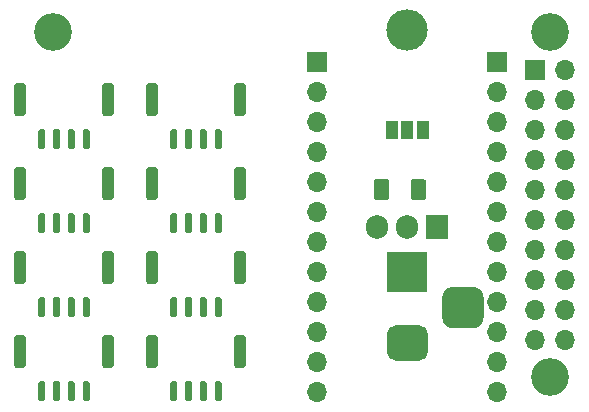
<source format=gbr>
%TF.GenerationSoftware,KiCad,Pcbnew,(5.1.9)-1*%
%TF.CreationDate,2021-08-18T17:12:04+10:00*%
%TF.ProjectId,i2c-master,6932632d-6d61-4737-9465-722e6b696361,rev?*%
%TF.SameCoordinates,Original*%
%TF.FileFunction,Soldermask,Top*%
%TF.FilePolarity,Negative*%
%FSLAX46Y46*%
G04 Gerber Fmt 4.6, Leading zero omitted, Abs format (unit mm)*
G04 Created by KiCad (PCBNEW (5.1.9)-1) date 2021-08-18 17:12:04*
%MOMM*%
%LPD*%
G01*
G04 APERTURE LIST*
%ADD10R,1.000000X1.500000*%
%ADD11O,1.700000X1.700000*%
%ADD12R,1.700000X1.700000*%
%ADD13C,3.200000*%
%ADD14O,1.905000X2.000000*%
%ADD15R,1.905000X2.000000*%
%ADD16O,3.500000X3.500000*%
%ADD17R,3.500000X3.500000*%
G04 APERTURE END LIST*
%TO.C,J10*%
G36*
G01*
X48818000Y-63758000D02*
X48818000Y-61458000D01*
G75*
G02*
X49068000Y-61208000I250000J0D01*
G01*
X49568000Y-61208000D01*
G75*
G02*
X49818000Y-61458000I0J-250000D01*
G01*
X49818000Y-63758000D01*
G75*
G02*
X49568000Y-64008000I-250000J0D01*
G01*
X49068000Y-64008000D01*
G75*
G02*
X48818000Y-63758000I0J250000D01*
G01*
G37*
G36*
G01*
X41368000Y-63758000D02*
X41368000Y-61458000D01*
G75*
G02*
X41618000Y-61208000I250000J0D01*
G01*
X42118000Y-61208000D01*
G75*
G02*
X42368000Y-61458000I0J-250000D01*
G01*
X42368000Y-63758000D01*
G75*
G02*
X42118000Y-64008000I-250000J0D01*
G01*
X41618000Y-64008000D01*
G75*
G02*
X41368000Y-63758000I0J250000D01*
G01*
G37*
G36*
G01*
X47168000Y-66658000D02*
X47168000Y-65258000D01*
G75*
G02*
X47318000Y-65108000I150000J0D01*
G01*
X47618000Y-65108000D01*
G75*
G02*
X47768000Y-65258000I0J-150000D01*
G01*
X47768000Y-66658000D01*
G75*
G02*
X47618000Y-66808000I-150000J0D01*
G01*
X47318000Y-66808000D01*
G75*
G02*
X47168000Y-66658000I0J150000D01*
G01*
G37*
G36*
G01*
X45918000Y-66658000D02*
X45918000Y-65258000D01*
G75*
G02*
X46068000Y-65108000I150000J0D01*
G01*
X46368000Y-65108000D01*
G75*
G02*
X46518000Y-65258000I0J-150000D01*
G01*
X46518000Y-66658000D01*
G75*
G02*
X46368000Y-66808000I-150000J0D01*
G01*
X46068000Y-66808000D01*
G75*
G02*
X45918000Y-66658000I0J150000D01*
G01*
G37*
G36*
G01*
X44668000Y-66658000D02*
X44668000Y-65258000D01*
G75*
G02*
X44818000Y-65108000I150000J0D01*
G01*
X45118000Y-65108000D01*
G75*
G02*
X45268000Y-65258000I0J-150000D01*
G01*
X45268000Y-66658000D01*
G75*
G02*
X45118000Y-66808000I-150000J0D01*
G01*
X44818000Y-66808000D01*
G75*
G02*
X44668000Y-66658000I0J150000D01*
G01*
G37*
G36*
G01*
X43418000Y-66658000D02*
X43418000Y-65258000D01*
G75*
G02*
X43568000Y-65108000I150000J0D01*
G01*
X43868000Y-65108000D01*
G75*
G02*
X44018000Y-65258000I0J-150000D01*
G01*
X44018000Y-66658000D01*
G75*
G02*
X43868000Y-66808000I-150000J0D01*
G01*
X43568000Y-66808000D01*
G75*
G02*
X43418000Y-66658000I0J150000D01*
G01*
G37*
%TD*%
%TO.C,J9*%
G36*
G01*
X48818000Y-56646000D02*
X48818000Y-54346000D01*
G75*
G02*
X49068000Y-54096000I250000J0D01*
G01*
X49568000Y-54096000D01*
G75*
G02*
X49818000Y-54346000I0J-250000D01*
G01*
X49818000Y-56646000D01*
G75*
G02*
X49568000Y-56896000I-250000J0D01*
G01*
X49068000Y-56896000D01*
G75*
G02*
X48818000Y-56646000I0J250000D01*
G01*
G37*
G36*
G01*
X41368000Y-56646000D02*
X41368000Y-54346000D01*
G75*
G02*
X41618000Y-54096000I250000J0D01*
G01*
X42118000Y-54096000D01*
G75*
G02*
X42368000Y-54346000I0J-250000D01*
G01*
X42368000Y-56646000D01*
G75*
G02*
X42118000Y-56896000I-250000J0D01*
G01*
X41618000Y-56896000D01*
G75*
G02*
X41368000Y-56646000I0J250000D01*
G01*
G37*
G36*
G01*
X47168000Y-59546000D02*
X47168000Y-58146000D01*
G75*
G02*
X47318000Y-57996000I150000J0D01*
G01*
X47618000Y-57996000D01*
G75*
G02*
X47768000Y-58146000I0J-150000D01*
G01*
X47768000Y-59546000D01*
G75*
G02*
X47618000Y-59696000I-150000J0D01*
G01*
X47318000Y-59696000D01*
G75*
G02*
X47168000Y-59546000I0J150000D01*
G01*
G37*
G36*
G01*
X45918000Y-59546000D02*
X45918000Y-58146000D01*
G75*
G02*
X46068000Y-57996000I150000J0D01*
G01*
X46368000Y-57996000D01*
G75*
G02*
X46518000Y-58146000I0J-150000D01*
G01*
X46518000Y-59546000D01*
G75*
G02*
X46368000Y-59696000I-150000J0D01*
G01*
X46068000Y-59696000D01*
G75*
G02*
X45918000Y-59546000I0J150000D01*
G01*
G37*
G36*
G01*
X44668000Y-59546000D02*
X44668000Y-58146000D01*
G75*
G02*
X44818000Y-57996000I150000J0D01*
G01*
X45118000Y-57996000D01*
G75*
G02*
X45268000Y-58146000I0J-150000D01*
G01*
X45268000Y-59546000D01*
G75*
G02*
X45118000Y-59696000I-150000J0D01*
G01*
X44818000Y-59696000D01*
G75*
G02*
X44668000Y-59546000I0J150000D01*
G01*
G37*
G36*
G01*
X43418000Y-59546000D02*
X43418000Y-58146000D01*
G75*
G02*
X43568000Y-57996000I150000J0D01*
G01*
X43868000Y-57996000D01*
G75*
G02*
X44018000Y-58146000I0J-150000D01*
G01*
X44018000Y-59546000D01*
G75*
G02*
X43868000Y-59696000I-150000J0D01*
G01*
X43568000Y-59696000D01*
G75*
G02*
X43418000Y-59546000I0J150000D01*
G01*
G37*
%TD*%
%TO.C,J8*%
G36*
G01*
X48818000Y-49534000D02*
X48818000Y-47234000D01*
G75*
G02*
X49068000Y-46984000I250000J0D01*
G01*
X49568000Y-46984000D01*
G75*
G02*
X49818000Y-47234000I0J-250000D01*
G01*
X49818000Y-49534000D01*
G75*
G02*
X49568000Y-49784000I-250000J0D01*
G01*
X49068000Y-49784000D01*
G75*
G02*
X48818000Y-49534000I0J250000D01*
G01*
G37*
G36*
G01*
X41368000Y-49534000D02*
X41368000Y-47234000D01*
G75*
G02*
X41618000Y-46984000I250000J0D01*
G01*
X42118000Y-46984000D01*
G75*
G02*
X42368000Y-47234000I0J-250000D01*
G01*
X42368000Y-49534000D01*
G75*
G02*
X42118000Y-49784000I-250000J0D01*
G01*
X41618000Y-49784000D01*
G75*
G02*
X41368000Y-49534000I0J250000D01*
G01*
G37*
G36*
G01*
X47168000Y-52434000D02*
X47168000Y-51034000D01*
G75*
G02*
X47318000Y-50884000I150000J0D01*
G01*
X47618000Y-50884000D01*
G75*
G02*
X47768000Y-51034000I0J-150000D01*
G01*
X47768000Y-52434000D01*
G75*
G02*
X47618000Y-52584000I-150000J0D01*
G01*
X47318000Y-52584000D01*
G75*
G02*
X47168000Y-52434000I0J150000D01*
G01*
G37*
G36*
G01*
X45918000Y-52434000D02*
X45918000Y-51034000D01*
G75*
G02*
X46068000Y-50884000I150000J0D01*
G01*
X46368000Y-50884000D01*
G75*
G02*
X46518000Y-51034000I0J-150000D01*
G01*
X46518000Y-52434000D01*
G75*
G02*
X46368000Y-52584000I-150000J0D01*
G01*
X46068000Y-52584000D01*
G75*
G02*
X45918000Y-52434000I0J150000D01*
G01*
G37*
G36*
G01*
X44668000Y-52434000D02*
X44668000Y-51034000D01*
G75*
G02*
X44818000Y-50884000I150000J0D01*
G01*
X45118000Y-50884000D01*
G75*
G02*
X45268000Y-51034000I0J-150000D01*
G01*
X45268000Y-52434000D01*
G75*
G02*
X45118000Y-52584000I-150000J0D01*
G01*
X44818000Y-52584000D01*
G75*
G02*
X44668000Y-52434000I0J150000D01*
G01*
G37*
G36*
G01*
X43418000Y-52434000D02*
X43418000Y-51034000D01*
G75*
G02*
X43568000Y-50884000I150000J0D01*
G01*
X43868000Y-50884000D01*
G75*
G02*
X44018000Y-51034000I0J-150000D01*
G01*
X44018000Y-52434000D01*
G75*
G02*
X43868000Y-52584000I-150000J0D01*
G01*
X43568000Y-52584000D01*
G75*
G02*
X43418000Y-52434000I0J150000D01*
G01*
G37*
%TD*%
%TO.C,J7*%
G36*
G01*
X48818000Y-42422000D02*
X48818000Y-40122000D01*
G75*
G02*
X49068000Y-39872000I250000J0D01*
G01*
X49568000Y-39872000D01*
G75*
G02*
X49818000Y-40122000I0J-250000D01*
G01*
X49818000Y-42422000D01*
G75*
G02*
X49568000Y-42672000I-250000J0D01*
G01*
X49068000Y-42672000D01*
G75*
G02*
X48818000Y-42422000I0J250000D01*
G01*
G37*
G36*
G01*
X41368000Y-42422000D02*
X41368000Y-40122000D01*
G75*
G02*
X41618000Y-39872000I250000J0D01*
G01*
X42118000Y-39872000D01*
G75*
G02*
X42368000Y-40122000I0J-250000D01*
G01*
X42368000Y-42422000D01*
G75*
G02*
X42118000Y-42672000I-250000J0D01*
G01*
X41618000Y-42672000D01*
G75*
G02*
X41368000Y-42422000I0J250000D01*
G01*
G37*
G36*
G01*
X47168000Y-45322000D02*
X47168000Y-43922000D01*
G75*
G02*
X47318000Y-43772000I150000J0D01*
G01*
X47618000Y-43772000D01*
G75*
G02*
X47768000Y-43922000I0J-150000D01*
G01*
X47768000Y-45322000D01*
G75*
G02*
X47618000Y-45472000I-150000J0D01*
G01*
X47318000Y-45472000D01*
G75*
G02*
X47168000Y-45322000I0J150000D01*
G01*
G37*
G36*
G01*
X45918000Y-45322000D02*
X45918000Y-43922000D01*
G75*
G02*
X46068000Y-43772000I150000J0D01*
G01*
X46368000Y-43772000D01*
G75*
G02*
X46518000Y-43922000I0J-150000D01*
G01*
X46518000Y-45322000D01*
G75*
G02*
X46368000Y-45472000I-150000J0D01*
G01*
X46068000Y-45472000D01*
G75*
G02*
X45918000Y-45322000I0J150000D01*
G01*
G37*
G36*
G01*
X44668000Y-45322000D02*
X44668000Y-43922000D01*
G75*
G02*
X44818000Y-43772000I150000J0D01*
G01*
X45118000Y-43772000D01*
G75*
G02*
X45268000Y-43922000I0J-150000D01*
G01*
X45268000Y-45322000D01*
G75*
G02*
X45118000Y-45472000I-150000J0D01*
G01*
X44818000Y-45472000D01*
G75*
G02*
X44668000Y-45322000I0J150000D01*
G01*
G37*
G36*
G01*
X43418000Y-45322000D02*
X43418000Y-43922000D01*
G75*
G02*
X43568000Y-43772000I150000J0D01*
G01*
X43868000Y-43772000D01*
G75*
G02*
X44018000Y-43922000I0J-150000D01*
G01*
X44018000Y-45322000D01*
G75*
G02*
X43868000Y-45472000I-150000J0D01*
G01*
X43568000Y-45472000D01*
G75*
G02*
X43418000Y-45322000I0J150000D01*
G01*
G37*
%TD*%
%TO.C,J5*%
G36*
G01*
X37642000Y-63758000D02*
X37642000Y-61458000D01*
G75*
G02*
X37892000Y-61208000I250000J0D01*
G01*
X38392000Y-61208000D01*
G75*
G02*
X38642000Y-61458000I0J-250000D01*
G01*
X38642000Y-63758000D01*
G75*
G02*
X38392000Y-64008000I-250000J0D01*
G01*
X37892000Y-64008000D01*
G75*
G02*
X37642000Y-63758000I0J250000D01*
G01*
G37*
G36*
G01*
X30192000Y-63758000D02*
X30192000Y-61458000D01*
G75*
G02*
X30442000Y-61208000I250000J0D01*
G01*
X30942000Y-61208000D01*
G75*
G02*
X31192000Y-61458000I0J-250000D01*
G01*
X31192000Y-63758000D01*
G75*
G02*
X30942000Y-64008000I-250000J0D01*
G01*
X30442000Y-64008000D01*
G75*
G02*
X30192000Y-63758000I0J250000D01*
G01*
G37*
G36*
G01*
X35992000Y-66658000D02*
X35992000Y-65258000D01*
G75*
G02*
X36142000Y-65108000I150000J0D01*
G01*
X36442000Y-65108000D01*
G75*
G02*
X36592000Y-65258000I0J-150000D01*
G01*
X36592000Y-66658000D01*
G75*
G02*
X36442000Y-66808000I-150000J0D01*
G01*
X36142000Y-66808000D01*
G75*
G02*
X35992000Y-66658000I0J150000D01*
G01*
G37*
G36*
G01*
X34742000Y-66658000D02*
X34742000Y-65258000D01*
G75*
G02*
X34892000Y-65108000I150000J0D01*
G01*
X35192000Y-65108000D01*
G75*
G02*
X35342000Y-65258000I0J-150000D01*
G01*
X35342000Y-66658000D01*
G75*
G02*
X35192000Y-66808000I-150000J0D01*
G01*
X34892000Y-66808000D01*
G75*
G02*
X34742000Y-66658000I0J150000D01*
G01*
G37*
G36*
G01*
X33492000Y-66658000D02*
X33492000Y-65258000D01*
G75*
G02*
X33642000Y-65108000I150000J0D01*
G01*
X33942000Y-65108000D01*
G75*
G02*
X34092000Y-65258000I0J-150000D01*
G01*
X34092000Y-66658000D01*
G75*
G02*
X33942000Y-66808000I-150000J0D01*
G01*
X33642000Y-66808000D01*
G75*
G02*
X33492000Y-66658000I0J150000D01*
G01*
G37*
G36*
G01*
X32242000Y-66658000D02*
X32242000Y-65258000D01*
G75*
G02*
X32392000Y-65108000I150000J0D01*
G01*
X32692000Y-65108000D01*
G75*
G02*
X32842000Y-65258000I0J-150000D01*
G01*
X32842000Y-66658000D01*
G75*
G02*
X32692000Y-66808000I-150000J0D01*
G01*
X32392000Y-66808000D01*
G75*
G02*
X32242000Y-66658000I0J150000D01*
G01*
G37*
%TD*%
%TO.C,J4*%
G36*
G01*
X37642000Y-56646000D02*
X37642000Y-54346000D01*
G75*
G02*
X37892000Y-54096000I250000J0D01*
G01*
X38392000Y-54096000D01*
G75*
G02*
X38642000Y-54346000I0J-250000D01*
G01*
X38642000Y-56646000D01*
G75*
G02*
X38392000Y-56896000I-250000J0D01*
G01*
X37892000Y-56896000D01*
G75*
G02*
X37642000Y-56646000I0J250000D01*
G01*
G37*
G36*
G01*
X30192000Y-56646000D02*
X30192000Y-54346000D01*
G75*
G02*
X30442000Y-54096000I250000J0D01*
G01*
X30942000Y-54096000D01*
G75*
G02*
X31192000Y-54346000I0J-250000D01*
G01*
X31192000Y-56646000D01*
G75*
G02*
X30942000Y-56896000I-250000J0D01*
G01*
X30442000Y-56896000D01*
G75*
G02*
X30192000Y-56646000I0J250000D01*
G01*
G37*
G36*
G01*
X35992000Y-59546000D02*
X35992000Y-58146000D01*
G75*
G02*
X36142000Y-57996000I150000J0D01*
G01*
X36442000Y-57996000D01*
G75*
G02*
X36592000Y-58146000I0J-150000D01*
G01*
X36592000Y-59546000D01*
G75*
G02*
X36442000Y-59696000I-150000J0D01*
G01*
X36142000Y-59696000D01*
G75*
G02*
X35992000Y-59546000I0J150000D01*
G01*
G37*
G36*
G01*
X34742000Y-59546000D02*
X34742000Y-58146000D01*
G75*
G02*
X34892000Y-57996000I150000J0D01*
G01*
X35192000Y-57996000D01*
G75*
G02*
X35342000Y-58146000I0J-150000D01*
G01*
X35342000Y-59546000D01*
G75*
G02*
X35192000Y-59696000I-150000J0D01*
G01*
X34892000Y-59696000D01*
G75*
G02*
X34742000Y-59546000I0J150000D01*
G01*
G37*
G36*
G01*
X33492000Y-59546000D02*
X33492000Y-58146000D01*
G75*
G02*
X33642000Y-57996000I150000J0D01*
G01*
X33942000Y-57996000D01*
G75*
G02*
X34092000Y-58146000I0J-150000D01*
G01*
X34092000Y-59546000D01*
G75*
G02*
X33942000Y-59696000I-150000J0D01*
G01*
X33642000Y-59696000D01*
G75*
G02*
X33492000Y-59546000I0J150000D01*
G01*
G37*
G36*
G01*
X32242000Y-59546000D02*
X32242000Y-58146000D01*
G75*
G02*
X32392000Y-57996000I150000J0D01*
G01*
X32692000Y-57996000D01*
G75*
G02*
X32842000Y-58146000I0J-150000D01*
G01*
X32842000Y-59546000D01*
G75*
G02*
X32692000Y-59696000I-150000J0D01*
G01*
X32392000Y-59696000D01*
G75*
G02*
X32242000Y-59546000I0J150000D01*
G01*
G37*
%TD*%
%TO.C,J3*%
G36*
G01*
X37642000Y-49534000D02*
X37642000Y-47234000D01*
G75*
G02*
X37892000Y-46984000I250000J0D01*
G01*
X38392000Y-46984000D01*
G75*
G02*
X38642000Y-47234000I0J-250000D01*
G01*
X38642000Y-49534000D01*
G75*
G02*
X38392000Y-49784000I-250000J0D01*
G01*
X37892000Y-49784000D01*
G75*
G02*
X37642000Y-49534000I0J250000D01*
G01*
G37*
G36*
G01*
X30192000Y-49534000D02*
X30192000Y-47234000D01*
G75*
G02*
X30442000Y-46984000I250000J0D01*
G01*
X30942000Y-46984000D01*
G75*
G02*
X31192000Y-47234000I0J-250000D01*
G01*
X31192000Y-49534000D01*
G75*
G02*
X30942000Y-49784000I-250000J0D01*
G01*
X30442000Y-49784000D01*
G75*
G02*
X30192000Y-49534000I0J250000D01*
G01*
G37*
G36*
G01*
X35992000Y-52434000D02*
X35992000Y-51034000D01*
G75*
G02*
X36142000Y-50884000I150000J0D01*
G01*
X36442000Y-50884000D01*
G75*
G02*
X36592000Y-51034000I0J-150000D01*
G01*
X36592000Y-52434000D01*
G75*
G02*
X36442000Y-52584000I-150000J0D01*
G01*
X36142000Y-52584000D01*
G75*
G02*
X35992000Y-52434000I0J150000D01*
G01*
G37*
G36*
G01*
X34742000Y-52434000D02*
X34742000Y-51034000D01*
G75*
G02*
X34892000Y-50884000I150000J0D01*
G01*
X35192000Y-50884000D01*
G75*
G02*
X35342000Y-51034000I0J-150000D01*
G01*
X35342000Y-52434000D01*
G75*
G02*
X35192000Y-52584000I-150000J0D01*
G01*
X34892000Y-52584000D01*
G75*
G02*
X34742000Y-52434000I0J150000D01*
G01*
G37*
G36*
G01*
X33492000Y-52434000D02*
X33492000Y-51034000D01*
G75*
G02*
X33642000Y-50884000I150000J0D01*
G01*
X33942000Y-50884000D01*
G75*
G02*
X34092000Y-51034000I0J-150000D01*
G01*
X34092000Y-52434000D01*
G75*
G02*
X33942000Y-52584000I-150000J0D01*
G01*
X33642000Y-52584000D01*
G75*
G02*
X33492000Y-52434000I0J150000D01*
G01*
G37*
G36*
G01*
X32242000Y-52434000D02*
X32242000Y-51034000D01*
G75*
G02*
X32392000Y-50884000I150000J0D01*
G01*
X32692000Y-50884000D01*
G75*
G02*
X32842000Y-51034000I0J-150000D01*
G01*
X32842000Y-52434000D01*
G75*
G02*
X32692000Y-52584000I-150000J0D01*
G01*
X32392000Y-52584000D01*
G75*
G02*
X32242000Y-52434000I0J150000D01*
G01*
G37*
%TD*%
%TO.C,J2*%
G36*
G01*
X37642000Y-42422000D02*
X37642000Y-40122000D01*
G75*
G02*
X37892000Y-39872000I250000J0D01*
G01*
X38392000Y-39872000D01*
G75*
G02*
X38642000Y-40122000I0J-250000D01*
G01*
X38642000Y-42422000D01*
G75*
G02*
X38392000Y-42672000I-250000J0D01*
G01*
X37892000Y-42672000D01*
G75*
G02*
X37642000Y-42422000I0J250000D01*
G01*
G37*
G36*
G01*
X30192000Y-42422000D02*
X30192000Y-40122000D01*
G75*
G02*
X30442000Y-39872000I250000J0D01*
G01*
X30942000Y-39872000D01*
G75*
G02*
X31192000Y-40122000I0J-250000D01*
G01*
X31192000Y-42422000D01*
G75*
G02*
X30942000Y-42672000I-250000J0D01*
G01*
X30442000Y-42672000D01*
G75*
G02*
X30192000Y-42422000I0J250000D01*
G01*
G37*
G36*
G01*
X35992000Y-45322000D02*
X35992000Y-43922000D01*
G75*
G02*
X36142000Y-43772000I150000J0D01*
G01*
X36442000Y-43772000D01*
G75*
G02*
X36592000Y-43922000I0J-150000D01*
G01*
X36592000Y-45322000D01*
G75*
G02*
X36442000Y-45472000I-150000J0D01*
G01*
X36142000Y-45472000D01*
G75*
G02*
X35992000Y-45322000I0J150000D01*
G01*
G37*
G36*
G01*
X34742000Y-45322000D02*
X34742000Y-43922000D01*
G75*
G02*
X34892000Y-43772000I150000J0D01*
G01*
X35192000Y-43772000D01*
G75*
G02*
X35342000Y-43922000I0J-150000D01*
G01*
X35342000Y-45322000D01*
G75*
G02*
X35192000Y-45472000I-150000J0D01*
G01*
X34892000Y-45472000D01*
G75*
G02*
X34742000Y-45322000I0J150000D01*
G01*
G37*
G36*
G01*
X33492000Y-45322000D02*
X33492000Y-43922000D01*
G75*
G02*
X33642000Y-43772000I150000J0D01*
G01*
X33942000Y-43772000D01*
G75*
G02*
X34092000Y-43922000I0J-150000D01*
G01*
X34092000Y-45322000D01*
G75*
G02*
X33942000Y-45472000I-150000J0D01*
G01*
X33642000Y-45472000D01*
G75*
G02*
X33492000Y-45322000I0J150000D01*
G01*
G37*
G36*
G01*
X32242000Y-45322000D02*
X32242000Y-43922000D01*
G75*
G02*
X32392000Y-43772000I150000J0D01*
G01*
X32692000Y-43772000D01*
G75*
G02*
X32842000Y-43922000I0J-150000D01*
G01*
X32842000Y-45322000D01*
G75*
G02*
X32692000Y-45472000I-150000J0D01*
G01*
X32392000Y-45472000D01*
G75*
G02*
X32242000Y-45322000I0J150000D01*
G01*
G37*
%TD*%
D10*
%TO.C,5V*%
X64800000Y-43815000D03*
X63500000Y-43815000D03*
X62200000Y-43815000D03*
%TD*%
%TO.C,C1*%
G36*
G01*
X63765000Y-49545002D02*
X63765000Y-48244998D01*
G75*
G02*
X64014998Y-47995000I249998J0D01*
G01*
X64840002Y-47995000D01*
G75*
G02*
X65090000Y-48244998I0J-249998D01*
G01*
X65090000Y-49545002D01*
G75*
G02*
X64840002Y-49795000I-249998J0D01*
G01*
X64014998Y-49795000D01*
G75*
G02*
X63765000Y-49545002I0J249998D01*
G01*
G37*
G36*
G01*
X60640000Y-49545002D02*
X60640000Y-48244998D01*
G75*
G02*
X60889998Y-47995000I249998J0D01*
G01*
X61715002Y-47995000D01*
G75*
G02*
X61965000Y-48244998I0J-249998D01*
G01*
X61965000Y-49545002D01*
G75*
G02*
X61715002Y-49795000I-249998J0D01*
G01*
X60889998Y-49795000D01*
G75*
G02*
X60640000Y-49545002I0J249998D01*
G01*
G37*
%TD*%
D11*
%TO.C,J12*%
X76835000Y-61595000D03*
X74295000Y-61595000D03*
X76835000Y-59055000D03*
X74295000Y-59055000D03*
X76835000Y-56515000D03*
X74295000Y-56515000D03*
X76835000Y-53975000D03*
X74295000Y-53975000D03*
X76835000Y-51435000D03*
X74295000Y-51435000D03*
X76835000Y-48895000D03*
X74295000Y-48895000D03*
X76835000Y-46355000D03*
X74295000Y-46355000D03*
X76835000Y-43815000D03*
X74295000Y-43815000D03*
X76835000Y-41275000D03*
X74295000Y-41275000D03*
X76835000Y-38735000D03*
D12*
X74295000Y-38735000D03*
%TD*%
D13*
%TO.C,H4*%
X75565000Y-64770000D03*
%TD*%
%TO.C,H2*%
X75565000Y-35560000D03*
%TD*%
%TO.C,H1*%
X33528000Y-35560000D03*
%TD*%
D14*
%TO.C,U1*%
X60960000Y-52070000D03*
X63500000Y-52070000D03*
D15*
X66040000Y-52070000D03*
D16*
X63500000Y-35410000D03*
%TD*%
%TO.C,J11*%
G36*
G01*
X69075000Y-60630000D02*
X67325000Y-60630000D01*
G75*
G02*
X66450000Y-59755000I0J875000D01*
G01*
X66450000Y-58005000D01*
G75*
G02*
X67325000Y-57130000I875000J0D01*
G01*
X69075000Y-57130000D01*
G75*
G02*
X69950000Y-58005000I0J-875000D01*
G01*
X69950000Y-59755000D01*
G75*
G02*
X69075000Y-60630000I-875000J0D01*
G01*
G37*
G36*
G01*
X64500000Y-63380000D02*
X62500000Y-63380000D01*
G75*
G02*
X61750000Y-62630000I0J750000D01*
G01*
X61750000Y-61130000D01*
G75*
G02*
X62500000Y-60380000I750000J0D01*
G01*
X64500000Y-60380000D01*
G75*
G02*
X65250000Y-61130000I0J-750000D01*
G01*
X65250000Y-62630000D01*
G75*
G02*
X64500000Y-63380000I-750000J0D01*
G01*
G37*
D17*
X63500000Y-55880000D03*
%TD*%
D11*
%TO.C,J6*%
X71120000Y-66040000D03*
X71120000Y-63500000D03*
X71120000Y-60960000D03*
X71120000Y-58420000D03*
X71120000Y-55880000D03*
X71120000Y-53340000D03*
X71120000Y-50800000D03*
X71120000Y-48260000D03*
X71120000Y-45720000D03*
X71120000Y-43180000D03*
X71120000Y-40640000D03*
D12*
X71120000Y-38100000D03*
%TD*%
D11*
%TO.C,J1*%
X55880000Y-66040000D03*
X55880000Y-63500000D03*
X55880000Y-60960000D03*
X55880000Y-58420000D03*
X55880000Y-55880000D03*
X55880000Y-53340000D03*
X55880000Y-50800000D03*
X55880000Y-48260000D03*
X55880000Y-45720000D03*
X55880000Y-43180000D03*
X55880000Y-40640000D03*
D12*
X55880000Y-38100000D03*
%TD*%
M02*

</source>
